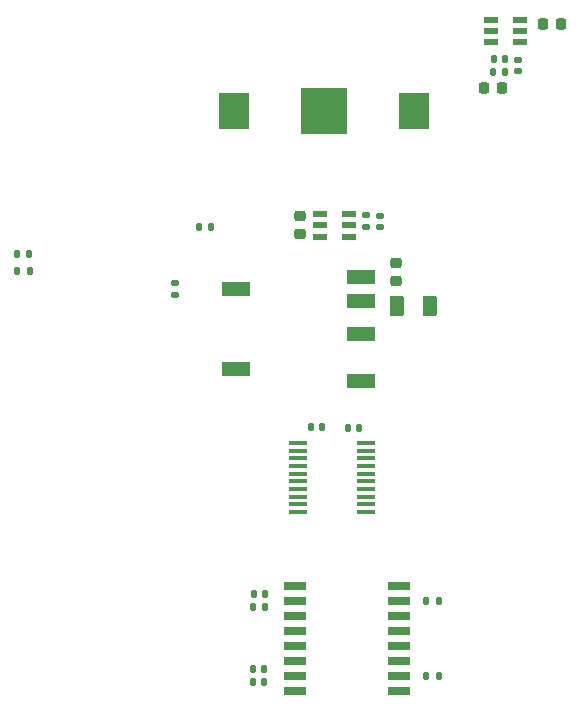
<source format=gtp>
G04 #@! TF.GenerationSoftware,KiCad,Pcbnew,7.0.10*
G04 #@! TF.CreationDate,2024-12-23T22:27:09-08:00*
G04 #@! TF.ProjectId,accessory_v2,61636365-7373-46f7-9279-5f76322e6b69,rev?*
G04 #@! TF.SameCoordinates,Original*
G04 #@! TF.FileFunction,Paste,Top*
G04 #@! TF.FilePolarity,Positive*
%FSLAX46Y46*%
G04 Gerber Fmt 4.6, Leading zero omitted, Abs format (unit mm)*
G04 Created by KiCad (PCBNEW 7.0.10) date 2024-12-23 22:27:09*
%MOMM*%
%LPD*%
G01*
G04 APERTURE LIST*
G04 Aperture macros list*
%AMRoundRect*
0 Rectangle with rounded corners*
0 $1 Rounding radius*
0 $2 $3 $4 $5 $6 $7 $8 $9 X,Y pos of 4 corners*
0 Add a 4 corners polygon primitive as box body*
4,1,4,$2,$3,$4,$5,$6,$7,$8,$9,$2,$3,0*
0 Add four circle primitives for the rounded corners*
1,1,$1+$1,$2,$3*
1,1,$1+$1,$4,$5*
1,1,$1+$1,$6,$7*
1,1,$1+$1,$8,$9*
0 Add four rect primitives between the rounded corners*
20,1,$1+$1,$2,$3,$4,$5,0*
20,1,$1+$1,$4,$5,$6,$7,0*
20,1,$1+$1,$6,$7,$8,$9,0*
20,1,$1+$1,$8,$9,$2,$3,0*%
G04 Aperture macros list end*
%ADD10RoundRect,0.140000X0.140000X0.170000X-0.140000X0.170000X-0.140000X-0.170000X0.140000X-0.170000X0*%
%ADD11RoundRect,0.140000X-0.170000X0.140000X-0.170000X-0.140000X0.170000X-0.140000X0.170000X0.140000X0*%
%ADD12RoundRect,0.051250X-0.733750X-0.153750X0.733750X-0.153750X0.733750X0.153750X-0.733750X0.153750X0*%
%ADD13R,1.200000X0.600000*%
%ADD14R,3.960000X3.960000*%
%ADD15R,2.540000X3.170000*%
%ADD16RoundRect,0.135000X-0.135000X-0.185000X0.135000X-0.185000X0.135000X0.185000X-0.135000X0.185000X0*%
%ADD17R,2.440000X1.200000*%
%ADD18RoundRect,0.225000X0.250000X-0.225000X0.250000X0.225000X-0.250000X0.225000X-0.250000X-0.225000X0*%
%ADD19RoundRect,0.225000X0.225000X0.250000X-0.225000X0.250000X-0.225000X-0.250000X0.225000X-0.250000X0*%
%ADD20RoundRect,0.140000X-0.140000X-0.170000X0.140000X-0.170000X0.140000X0.170000X-0.140000X0.170000X0*%
%ADD21R,1.910000X0.640000*%
%ADD22RoundRect,0.225000X-0.225000X-0.250000X0.225000X-0.250000X0.225000X0.250000X-0.225000X0.250000X0*%
%ADD23RoundRect,0.250000X-0.375000X-0.625000X0.375000X-0.625000X0.375000X0.625000X-0.375000X0.625000X0*%
%ADD24RoundRect,0.135000X-0.185000X0.135000X-0.185000X-0.135000X0.185000X-0.135000X0.185000X0.135000X0*%
G04 APERTURE END LIST*
D10*
X31780000Y-60410000D03*
X30820000Y-60410000D03*
D11*
X41610000Y-22010000D03*
X41610000Y-22970000D03*
D12*
X34625000Y-41255000D03*
X34625000Y-41905000D03*
X34625000Y-42555000D03*
X34625000Y-43205000D03*
X34625000Y-43855000D03*
X34625000Y-44505000D03*
X34625000Y-45155000D03*
X34625000Y-45805000D03*
X34625000Y-46455000D03*
X34625000Y-47105000D03*
X40365000Y-47105000D03*
X40365000Y-46455000D03*
X40365000Y-45805000D03*
X40365000Y-45155000D03*
X40365000Y-44505000D03*
X40365000Y-43855000D03*
X40365000Y-43205000D03*
X40365000Y-42555000D03*
X40365000Y-41905000D03*
X40365000Y-41255000D03*
D10*
X52160000Y-8780000D03*
X51200000Y-8780000D03*
X31830000Y-55170000D03*
X30870000Y-55170000D03*
D11*
X40420000Y-21980000D03*
X40420000Y-22940000D03*
D13*
X38990000Y-23790000D03*
X38990000Y-22840000D03*
X38990000Y-21890000D03*
X36490000Y-21890000D03*
X36490000Y-22840000D03*
X36490000Y-23790000D03*
D14*
X36810000Y-13190000D03*
D15*
X44430000Y-13190000D03*
X29190000Y-13190000D03*
D16*
X10890000Y-26720000D03*
X11910000Y-26720000D03*
D17*
X40010000Y-27210000D03*
X40010000Y-29210000D03*
X40010000Y-32010000D03*
X40010000Y-36010000D03*
X29370000Y-28210000D03*
X29370000Y-35010000D03*
D16*
X45520000Y-54660000D03*
X46540000Y-54660000D03*
D18*
X42980000Y-27545000D03*
X42980000Y-25995000D03*
D13*
X50950000Y-5450000D03*
X50950000Y-6400000D03*
X50950000Y-7350000D03*
X53450000Y-7350000D03*
X53450000Y-6400000D03*
X53450000Y-5450000D03*
D19*
X51925000Y-11220000D03*
X50375000Y-11220000D03*
D10*
X39830000Y-39980000D03*
X38870000Y-39980000D03*
D20*
X35710000Y-39890000D03*
X36670000Y-39890000D03*
D16*
X26270000Y-22960000D03*
X27290000Y-22960000D03*
X45520000Y-60960000D03*
X46540000Y-60960000D03*
D10*
X52130000Y-9880000D03*
X51170000Y-9880000D03*
D21*
X34385000Y-53395000D03*
X34385000Y-54665000D03*
X34385000Y-55935000D03*
X34385000Y-57205000D03*
X34385000Y-58475000D03*
X34385000Y-59745000D03*
X34385000Y-61015000D03*
X34385000Y-62285000D03*
X43155000Y-62285000D03*
X43155000Y-61015000D03*
X43155000Y-59745000D03*
X43155000Y-58475000D03*
X43155000Y-57205000D03*
X43155000Y-55935000D03*
X43155000Y-54665000D03*
X43155000Y-53395000D03*
D11*
X53230000Y-8850000D03*
X53230000Y-9810000D03*
D22*
X55355000Y-5790000D03*
X56905000Y-5790000D03*
D16*
X10850000Y-25270000D03*
X11870000Y-25270000D03*
D18*
X34800000Y-23595000D03*
X34800000Y-22045000D03*
D10*
X31790000Y-61540000D03*
X30830000Y-61540000D03*
X31840000Y-54090000D03*
X30880000Y-54090000D03*
D23*
X42990000Y-29630000D03*
X45790000Y-29630000D03*
D24*
X24240000Y-27740000D03*
X24240000Y-28760000D03*
M02*

</source>
